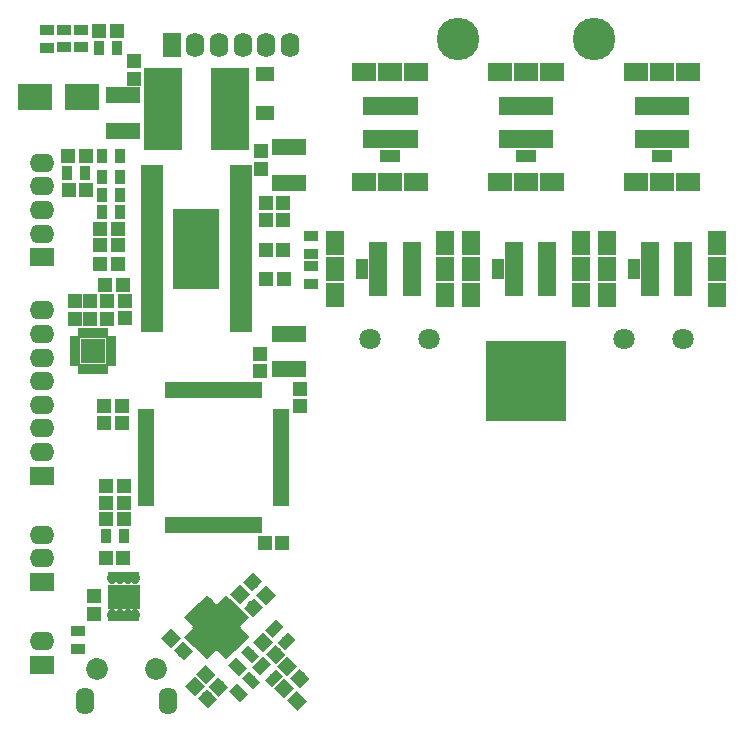
<source format=gbr>
G04 #@! TF.GenerationSoftware,KiCad,Pcbnew,(2017-08-25 revision dd37d0595)-makepkg*
G04 #@! TF.CreationDate,2018-04-16T21:33:22-04:00*
G04 #@! TF.ProjectId,VESC_6.4,564553435F362E342E6B696361645F70,rev?*
G04 #@! TF.SameCoordinates,Original*
G04 #@! TF.FileFunction,Soldermask,Top*
G04 #@! TF.FilePolarity,Negative*
%FSLAX46Y46*%
G04 Gerber Fmt 4.6, Leading zero omitted, Abs format (unit mm)*
G04 Created by KiCad (PCBNEW (2017-08-25 revision dd37d0595)-makepkg) date 04/16/18 21:33:22*
%MOMM*%
%LPD*%
G01*
G04 APERTURE LIST*
%ADD10O,1.600000X2.300000*%
%ADD11C,1.850000*%
%ADD12C,3.600000*%
%ADD13C,1.800000*%
%ADD14R,1.950000X0.700000*%
%ADD15R,4.010000X6.750000*%
%ADD16R,2.900000X2.200000*%
%ADD17R,1.600000X1.300000*%
%ADD18R,6.900000X6.900000*%
%ADD19O,2.100000X1.600000*%
%ADD20R,2.100000X1.600000*%
%ADD21R,1.200000X1.150000*%
%ADD22R,1.150000X1.200000*%
%ADD23R,2.900000X1.400000*%
%ADD24C,1.150000*%
%ADD25C,0.100000*%
%ADD26O,1.600000X2.100000*%
%ADD27R,1.600000X2.100000*%
%ADD28R,3.250000X7.000000*%
%ADD29C,0.900000*%
%ADD30R,1.500000X2.100000*%
%ADD31R,1.500000X1.250000*%
%ADD32R,1.100000X1.700000*%
%ADD33R,2.100000X1.500000*%
%ADD34R,1.250000X1.500000*%
%ADD35R,1.700000X1.100000*%
%ADD36R,1.300000X0.900000*%
%ADD37R,0.900000X1.300000*%
%ADD38R,1.400000X0.650000*%
%ADD39R,0.650000X1.400000*%
%ADD40O,0.800000X1.050000*%
%ADD41R,0.800000X0.700000*%
%ADD42R,1.400000X1.050000*%
%ADD43R,2.800000X2.050000*%
%ADD44C,1.650000*%
%ADD45C,0.700000*%
%ADD46R,1.275000X1.200000*%
%ADD47R,0.600000X0.950000*%
%ADD48R,0.950000X0.600000*%
G04 APERTURE END LIST*
D10*
X129372480Y-123182900D03*
X136372480Y-123182900D03*
D11*
X130372480Y-120482900D03*
X135372480Y-120482900D03*
D12*
X160957400Y-67104900D03*
X172457400Y-67104900D03*
D13*
X174957400Y-92504900D03*
X179957400Y-92504900D03*
X158457400Y-92504900D03*
X153457400Y-92504900D03*
D14*
X142548300Y-78124100D03*
X135048300Y-78124100D03*
X142548300Y-78624100D03*
X135048300Y-78624100D03*
X142548300Y-79124100D03*
X135048300Y-79124100D03*
X142548300Y-79624100D03*
X135048300Y-79624100D03*
X142548300Y-80124100D03*
X135048300Y-80124100D03*
X142548300Y-80624100D03*
X135048300Y-80624100D03*
X142548300Y-81124100D03*
X135048300Y-81124100D03*
X142548300Y-81624100D03*
X135048300Y-81624100D03*
X142548300Y-82124100D03*
X135048300Y-82124100D03*
X142548300Y-82624100D03*
X135048300Y-82624100D03*
X142548300Y-83124100D03*
X135048300Y-83124100D03*
X142548300Y-83624100D03*
X135048300Y-83624100D03*
X142548300Y-84124100D03*
X135048300Y-84124100D03*
X142548300Y-84624100D03*
X135048300Y-84624100D03*
X142548300Y-85124100D03*
X135048300Y-85124100D03*
X142548300Y-85624100D03*
X135048300Y-85624100D03*
X142548300Y-86124100D03*
X135048300Y-86124100D03*
X142548300Y-86624100D03*
X135048300Y-86624100D03*
X142548300Y-87124100D03*
X135048300Y-87124100D03*
X142548300Y-87624100D03*
X135048300Y-87624100D03*
X142548300Y-88124100D03*
X135048300Y-88124100D03*
X142548300Y-88624100D03*
X135048300Y-88624100D03*
X142548300Y-89124100D03*
X135048300Y-89124100D03*
X142548300Y-89624100D03*
X135048300Y-89624100D03*
X142548300Y-90124100D03*
X135048300Y-90124100D03*
X142548300Y-90624100D03*
X135048300Y-90624100D03*
X142548300Y-91124100D03*
X135048300Y-91124100D03*
X142548300Y-91624100D03*
X135048300Y-91624100D03*
D15*
X138798300Y-84874100D03*
D16*
X129114300Y-72072500D03*
X125114300Y-72072500D03*
D17*
X144637760Y-73364360D03*
X144637760Y-70064360D03*
D18*
X166707400Y-96104900D03*
D19*
X125707400Y-118116600D03*
D20*
X125707400Y-120116600D03*
D21*
X132664900Y-107759500D03*
X131164900Y-107759500D03*
X130568000Y-66459100D03*
X132068000Y-66459100D03*
X146063400Y-109766100D03*
X144563400Y-109766100D03*
X132644580Y-105011220D03*
X131144580Y-105011220D03*
D22*
X144145000Y-95263400D03*
X144145000Y-93763400D03*
D21*
X131157280Y-106382820D03*
X132657280Y-106382820D03*
X132461700Y-99606100D03*
X130961700Y-99606100D03*
D22*
X147523200Y-96747900D03*
X147523200Y-98247900D03*
D21*
X132169600Y-83223100D03*
X130669600Y-83223100D03*
X129476380Y-79886912D03*
X127976380Y-79886912D03*
X130669600Y-84582000D03*
X132169600Y-84582000D03*
X129463680Y-77016712D03*
X127963680Y-77016712D03*
X131088700Y-87922100D03*
X132588700Y-87922100D03*
X130644200Y-86169500D03*
X132144200Y-86169500D03*
D22*
X132727700Y-90793000D03*
X132727700Y-89293000D03*
D23*
X146672300Y-92086300D03*
X146672300Y-95086300D03*
D22*
X144284700Y-78131100D03*
X144284700Y-76631100D03*
D21*
X144665000Y-82486500D03*
X146165000Y-82486500D03*
X146165000Y-84975700D03*
X144665000Y-84975700D03*
X144677700Y-87477600D03*
X146177700Y-87477600D03*
X146165000Y-81026000D03*
X144665000Y-81026000D03*
D23*
X146621500Y-76287500D03*
X146621500Y-79287500D03*
D22*
X133477000Y-70498400D03*
X133477000Y-68998400D03*
D23*
X132600700Y-71906000D03*
X132600700Y-74906000D03*
D21*
X130961700Y-98221800D03*
X132461700Y-98221800D03*
X131106480Y-111099600D03*
X132606480Y-111099600D03*
D22*
X130124200Y-115799300D03*
X130124200Y-114299300D03*
D24*
X143627370Y-115262130D03*
D25*
G36*
X143609692Y-116092980D02*
X142796520Y-115279808D01*
X143645048Y-114431280D01*
X144458220Y-115244452D01*
X143609692Y-116092980D01*
X143609692Y-116092980D01*
G37*
D24*
X144688030Y-114201470D03*
D25*
G36*
X144670352Y-115032320D02*
X143857180Y-114219148D01*
X144705708Y-113370620D01*
X145518880Y-114183792D01*
X144670352Y-115032320D01*
X144670352Y-115032320D01*
G37*
D24*
X136634750Y-117859070D03*
D25*
G36*
X137465600Y-117876748D02*
X136652428Y-118689920D01*
X135803900Y-117841392D01*
X136617072Y-117028220D01*
X137465600Y-117876748D01*
X137465600Y-117876748D01*
G37*
D24*
X137695410Y-118919730D03*
D25*
G36*
X138526260Y-118937408D02*
X137713088Y-119750580D01*
X136864560Y-118902052D01*
X137677732Y-118088880D01*
X138526260Y-118937408D01*
X138526260Y-118937408D01*
G37*
D24*
X142484370Y-114131830D03*
D25*
G36*
X142502048Y-113300980D02*
X143315220Y-114114152D01*
X142466692Y-114962680D01*
X141653520Y-114149508D01*
X142502048Y-113300980D01*
X142502048Y-113300980D01*
G37*
D24*
X143545030Y-113071170D03*
D25*
G36*
X143562708Y-112240320D02*
X144375880Y-113053492D01*
X143527352Y-113902020D01*
X142714180Y-113088848D01*
X143562708Y-112240320D01*
X143562708Y-112240320D01*
G37*
D24*
X144452870Y-118176570D03*
D25*
G36*
X143622020Y-118158892D02*
X144435192Y-117345720D01*
X145283720Y-118194248D01*
X144470548Y-119007420D01*
X143622020Y-118158892D01*
X143622020Y-118158892D01*
G37*
D24*
X145513530Y-119237230D03*
D25*
G36*
X144682680Y-119219552D02*
X145495852Y-118406380D01*
X146344380Y-119254908D01*
X145531208Y-120068080D01*
X144682680Y-119219552D01*
X144682680Y-119219552D01*
G37*
D24*
X140674830Y-122005830D03*
D25*
G36*
X141505680Y-122023508D02*
X140692508Y-122836680D01*
X139843980Y-121988152D01*
X140657152Y-121174980D01*
X141505680Y-122023508D01*
X141505680Y-122023508D01*
G37*
D24*
X139614170Y-120945170D03*
D25*
G36*
X140445020Y-120962848D02*
X139631848Y-121776020D01*
X138783320Y-120927492D01*
X139596492Y-120114320D01*
X140445020Y-120962848D01*
X140445020Y-120962848D01*
G37*
D24*
X138661670Y-121910370D03*
D25*
G36*
X139492520Y-121928048D02*
X138679348Y-122741220D01*
X137830820Y-121892692D01*
X138643992Y-121079520D01*
X139492520Y-121928048D01*
X139492520Y-121928048D01*
G37*
D24*
X139722330Y-122971030D03*
D25*
G36*
X140553180Y-122988708D02*
X139740008Y-123801880D01*
X138891480Y-122953352D01*
X139704652Y-122140180D01*
X140553180Y-122988708D01*
X140553180Y-122988708D01*
G37*
D24*
X146227800Y-122097800D03*
D25*
G36*
X147058650Y-122115478D02*
X146245478Y-122928650D01*
X145396950Y-122080122D01*
X146210122Y-121266950D01*
X147058650Y-122115478D01*
X147058650Y-122115478D01*
G37*
D24*
X147288460Y-123158460D03*
D25*
G36*
X148119310Y-123176138D02*
X147306138Y-123989310D01*
X146457610Y-123140782D01*
X147270782Y-122327610D01*
X148119310Y-123176138D01*
X148119310Y-123176138D01*
G37*
D24*
X147545530Y-121269230D03*
D25*
G36*
X148376380Y-121286908D02*
X147563208Y-122100080D01*
X146714680Y-121251552D01*
X147527852Y-120438380D01*
X148376380Y-121286908D01*
X148376380Y-121286908D01*
G37*
D24*
X146484870Y-120208570D03*
D25*
G36*
X147315720Y-120226248D02*
X146502548Y-121039420D01*
X145654020Y-120190892D01*
X146467192Y-119377720D01*
X147315720Y-120226248D01*
X147315720Y-120226248D01*
G37*
D22*
X129827020Y-89303160D03*
X129827020Y-90803160D03*
X131216400Y-90805700D03*
X131216400Y-89305700D03*
X128485900Y-89305700D03*
X128485900Y-90805700D03*
D26*
X146707400Y-67604900D03*
X144707400Y-67604900D03*
X142707400Y-67604900D03*
X140707400Y-67604900D03*
X138707400Y-67604900D03*
D27*
X136707400Y-67604900D03*
D19*
X125707400Y-90104900D03*
X125707400Y-92104900D03*
X125707400Y-94104900D03*
X125707400Y-96104900D03*
X125707400Y-98104900D03*
X125707400Y-100104900D03*
X125707400Y-102104900D03*
D20*
X125707400Y-104104900D03*
D19*
X125707400Y-109104900D03*
X125707400Y-111104900D03*
D20*
X125707400Y-113104900D03*
D19*
X125707400Y-77604900D03*
X125707400Y-79604900D03*
X125707400Y-81604900D03*
X125707400Y-83604900D03*
D20*
X125707400Y-85604900D03*
D28*
X141623300Y-73025000D03*
X135973300Y-73025000D03*
D29*
X143329130Y-119192570D03*
D25*
G36*
X143187709Y-118414753D02*
X144106947Y-119333991D01*
X143470551Y-119970387D01*
X142551313Y-119051149D01*
X143187709Y-118414753D01*
X143187709Y-118414753D01*
G37*
D29*
X142268470Y-120253230D03*
D25*
G36*
X142127049Y-119475413D02*
X143046287Y-120394651D01*
X142409891Y-121031047D01*
X141490653Y-120111809D01*
X142127049Y-119475413D01*
X142127049Y-119475413D01*
G37*
D29*
X144310100Y-120180100D03*
D25*
G36*
X145087917Y-120038679D02*
X144168679Y-120957917D01*
X143532283Y-120321521D01*
X144451521Y-119402283D01*
X145087917Y-120038679D01*
X145087917Y-120038679D01*
G37*
D29*
X145370760Y-121240760D03*
D25*
G36*
X146148577Y-121099339D02*
X145229339Y-122018577D01*
X144592943Y-121382181D01*
X145512181Y-120462943D01*
X146148577Y-121099339D01*
X146148577Y-121099339D01*
G37*
D29*
X142357370Y-122463030D03*
D25*
G36*
X142215949Y-121685213D02*
X143135187Y-122604451D01*
X142498791Y-123240847D01*
X141579553Y-122321609D01*
X142215949Y-121685213D01*
X142215949Y-121685213D01*
G37*
D29*
X143418030Y-121402370D03*
D25*
G36*
X143276609Y-120624553D02*
X144195847Y-121543791D01*
X143559451Y-122180187D01*
X142640213Y-121260949D01*
X143276609Y-120624553D01*
X143276609Y-120624553D01*
G37*
D30*
X159857400Y-84404900D03*
X159857400Y-88804900D03*
X159857400Y-86604900D03*
X150557400Y-88804900D03*
X150557400Y-84404900D03*
X150557400Y-86604900D03*
D31*
X157007400Y-88329900D03*
X154207400Y-88329900D03*
X157007400Y-84879900D03*
X154207400Y-84879900D03*
X157007400Y-86029900D03*
X157007400Y-87179900D03*
X154207400Y-87179900D03*
X154207400Y-86029900D03*
D32*
X152807400Y-86604900D03*
D33*
X153007400Y-69954900D03*
X157407400Y-69954900D03*
X155207400Y-69954900D03*
X157407400Y-79254900D03*
X153007400Y-79254900D03*
X155207400Y-79254900D03*
D34*
X156932400Y-72804900D03*
X156932400Y-75604900D03*
X153482400Y-72804900D03*
X153482400Y-75604900D03*
X154632400Y-72804900D03*
X155782400Y-72804900D03*
X155782400Y-75604900D03*
X154632400Y-75604900D03*
D35*
X155207400Y-77004900D03*
D32*
X164307400Y-86604900D03*
D31*
X165707400Y-86029900D03*
X165707400Y-87179900D03*
X168507400Y-87179900D03*
X168507400Y-86029900D03*
X165707400Y-84879900D03*
X168507400Y-84879900D03*
X165707400Y-88329900D03*
X168507400Y-88329900D03*
D30*
X162057400Y-86604900D03*
X162057400Y-84404900D03*
X162057400Y-88804900D03*
X171357400Y-86604900D03*
X171357400Y-88804900D03*
X171357400Y-84404900D03*
D35*
X166707400Y-77004900D03*
D34*
X166132400Y-75604900D03*
X167282400Y-75604900D03*
X167282400Y-72804900D03*
X166132400Y-72804900D03*
X164982400Y-75604900D03*
X164982400Y-72804900D03*
X168432400Y-75604900D03*
X168432400Y-72804900D03*
D33*
X166707400Y-79254900D03*
X164507400Y-79254900D03*
X168907400Y-79254900D03*
X166707400Y-69954900D03*
X168907400Y-69954900D03*
X164507400Y-69954900D03*
D32*
X175807400Y-86604900D03*
D31*
X177207400Y-86029900D03*
X177207400Y-87179900D03*
X180007400Y-87179900D03*
X180007400Y-86029900D03*
X177207400Y-84879900D03*
X180007400Y-84879900D03*
X177207400Y-88329900D03*
X180007400Y-88329900D03*
D30*
X173557400Y-86604900D03*
X173557400Y-84404900D03*
X173557400Y-88804900D03*
X182857400Y-86604900D03*
X182857400Y-88804900D03*
X182857400Y-84404900D03*
D33*
X176007400Y-69954900D03*
X180407400Y-69954900D03*
X178207400Y-69954900D03*
X180407400Y-79254900D03*
X176007400Y-79254900D03*
X178207400Y-79254900D03*
D34*
X179932400Y-72804900D03*
X179932400Y-75604900D03*
X176482400Y-72804900D03*
X176482400Y-75604900D03*
X177632400Y-72804900D03*
X178782400Y-72804900D03*
X178782400Y-75604900D03*
X177632400Y-75604900D03*
D35*
X178207400Y-77004900D03*
D36*
X129044700Y-66344100D03*
X129044700Y-67844100D03*
X127584200Y-67844100D03*
X127584200Y-66344100D03*
X126111000Y-66356800D03*
X126111000Y-67856800D03*
D37*
X132677600Y-109194600D03*
X131177600Y-109194600D03*
X132029900Y-67906900D03*
X130529900Y-67906900D03*
X132309300Y-78790800D03*
X130809300Y-78790800D03*
X130809300Y-80302100D03*
X132309300Y-80302100D03*
X127824680Y-78451812D03*
X129324680Y-78451812D03*
X132283900Y-77025500D03*
X130783900Y-77025500D03*
X132296600Y-81813400D03*
X130796600Y-81813400D03*
D36*
X148501100Y-87872000D03*
X148501100Y-86372000D03*
X128808480Y-117283800D03*
X128808480Y-118783800D03*
D29*
X146415230Y-118119630D03*
D25*
G36*
X147193047Y-117978209D02*
X146273809Y-118897447D01*
X145637413Y-118261051D01*
X146556651Y-117341813D01*
X147193047Y-117978209D01*
X147193047Y-117978209D01*
G37*
D29*
X145354570Y-117058970D03*
D25*
G36*
X146132387Y-116917549D02*
X145213149Y-117836787D01*
X144576753Y-117200391D01*
X145495991Y-116281153D01*
X146132387Y-116917549D01*
X146132387Y-116917549D01*
G37*
D36*
X148501100Y-83806600D03*
X148501100Y-85306600D03*
D38*
X145958800Y-98802500D03*
X145958800Y-99302500D03*
X145958800Y-99802500D03*
X145958800Y-100302500D03*
X145958800Y-100802500D03*
X145958800Y-101302500D03*
X145958800Y-101802500D03*
X145958800Y-102302500D03*
X145958800Y-102802500D03*
X145958800Y-103302500D03*
X145958800Y-103802500D03*
X145958800Y-104302500D03*
X145958800Y-104802500D03*
X145958800Y-105302500D03*
X145958800Y-105802500D03*
X145958800Y-106302500D03*
D39*
X144008800Y-108252500D03*
X143508800Y-108252500D03*
X143008800Y-108252500D03*
X142508800Y-108252500D03*
X142008800Y-108252500D03*
X141508800Y-108252500D03*
X141008800Y-108252500D03*
X140508800Y-108252500D03*
X140008800Y-108252500D03*
X139508800Y-108252500D03*
X139008800Y-108252500D03*
X138508800Y-108252500D03*
X138008800Y-108252500D03*
X137508800Y-108252500D03*
X137008800Y-108252500D03*
X136508800Y-108252500D03*
D38*
X134558800Y-106302500D03*
X134558800Y-105802500D03*
X134558800Y-105302500D03*
X134558800Y-104802500D03*
X134558800Y-104302500D03*
X134558800Y-103802500D03*
X134558800Y-103302500D03*
X134558800Y-102802500D03*
X134558800Y-102302500D03*
X134558800Y-101802500D03*
X134558800Y-101302500D03*
X134558800Y-100802500D03*
X134558800Y-100302500D03*
X134558800Y-99802500D03*
X134558800Y-99302500D03*
X134558800Y-98802500D03*
D39*
X136508800Y-96852500D03*
X137008800Y-96852500D03*
X137508800Y-96852500D03*
X138008800Y-96852500D03*
X138508800Y-96852500D03*
X139008800Y-96852500D03*
X139508800Y-96852500D03*
X140008800Y-96852500D03*
X140508800Y-96852500D03*
X141008800Y-96852500D03*
X141508800Y-96852500D03*
X142008800Y-96852500D03*
X142508800Y-96852500D03*
X143008800Y-96852500D03*
X143508800Y-96852500D03*
X144008800Y-96852500D03*
D40*
X133636500Y-112793600D03*
X132986500Y-112793600D03*
D41*
X132336500Y-112593600D03*
D40*
X131686500Y-112793600D03*
X131686500Y-115893600D03*
X132336500Y-115893600D03*
D41*
X132986500Y-116093600D03*
X133636500Y-116093600D03*
D42*
X133286500Y-113893600D03*
X133286500Y-114793600D03*
X132036500Y-113893600D03*
X132036500Y-114793600D03*
D43*
X132661500Y-114343600D03*
D41*
X133636500Y-112593600D03*
X132986500Y-112593600D03*
D40*
X132336500Y-112793600D03*
D41*
X131686500Y-112593600D03*
X131686500Y-116093600D03*
X132336500Y-116093600D03*
D40*
X132986500Y-115893600D03*
X133636500Y-115893600D03*
D44*
X140505589Y-116041899D03*
D25*
G36*
X139338863Y-116041899D02*
X140505589Y-114875173D01*
X141672315Y-116041899D01*
X140505589Y-117208625D01*
X139338863Y-116041899D01*
X139338863Y-116041899D01*
G37*
D44*
X139621706Y-116925782D03*
D25*
G36*
X138454980Y-116925782D02*
X139621706Y-115759056D01*
X140788432Y-116925782D01*
X139621706Y-118092508D01*
X138454980Y-116925782D01*
X138454980Y-116925782D01*
G37*
D44*
X141389472Y-116925782D03*
D25*
G36*
X140222746Y-116925782D02*
X141389472Y-115759056D01*
X142556198Y-116925782D01*
X141389472Y-118092508D01*
X140222746Y-116925782D01*
X140222746Y-116925782D01*
G37*
D44*
X140505589Y-117809665D03*
D25*
G36*
X139338863Y-117809665D02*
X140505589Y-116642939D01*
X141672315Y-117809665D01*
X140505589Y-118976391D01*
X139338863Y-117809665D01*
X139338863Y-117809665D01*
G37*
D45*
X141187947Y-114829210D03*
D25*
G36*
X141035919Y-115476213D02*
X140540944Y-114981238D01*
X141339975Y-114182207D01*
X141834950Y-114677182D01*
X141035919Y-115476213D01*
X141035919Y-115476213D01*
G37*
D45*
X141541500Y-115182764D03*
D25*
G36*
X141389472Y-115829767D02*
X140894497Y-115334792D01*
X141693528Y-114535761D01*
X142188503Y-115030736D01*
X141389472Y-115829767D01*
X141389472Y-115829767D01*
G37*
D45*
X141895054Y-115536317D03*
D25*
G36*
X141743026Y-116183320D02*
X141248051Y-115688345D01*
X142047082Y-114889314D01*
X142542057Y-115384289D01*
X141743026Y-116183320D01*
X141743026Y-116183320D01*
G37*
D45*
X142248607Y-115889871D03*
D25*
G36*
X142096579Y-116536874D02*
X141601604Y-116041899D01*
X142400635Y-115242868D01*
X142895610Y-115737843D01*
X142096579Y-116536874D01*
X142096579Y-116536874D01*
G37*
D45*
X142602161Y-116243424D03*
D25*
G36*
X142450133Y-116890427D02*
X141955158Y-116395452D01*
X142754189Y-115596421D01*
X143249164Y-116091396D01*
X142450133Y-116890427D01*
X142450133Y-116890427D01*
G37*
D45*
X142602161Y-117608140D03*
D25*
G36*
X141955158Y-117456112D02*
X142450133Y-116961137D01*
X143249164Y-117760168D01*
X142754189Y-118255143D01*
X141955158Y-117456112D01*
X141955158Y-117456112D01*
G37*
D45*
X142248607Y-117961693D03*
D25*
G36*
X141601604Y-117809665D02*
X142096579Y-117314690D01*
X142895610Y-118113721D01*
X142400635Y-118608696D01*
X141601604Y-117809665D01*
X141601604Y-117809665D01*
G37*
D45*
X141895054Y-118315247D03*
D25*
G36*
X141248051Y-118163219D02*
X141743026Y-117668244D01*
X142542057Y-118467275D01*
X142047082Y-118962250D01*
X141248051Y-118163219D01*
X141248051Y-118163219D01*
G37*
D45*
X141541500Y-118668800D03*
D25*
G36*
X140894497Y-118516772D02*
X141389472Y-118021797D01*
X142188503Y-118820828D01*
X141693528Y-119315803D01*
X140894497Y-118516772D01*
X140894497Y-118516772D01*
G37*
D45*
X141187947Y-119022354D03*
D25*
G36*
X140540944Y-118870326D02*
X141035919Y-118375351D01*
X141834950Y-119174382D01*
X141339975Y-119669357D01*
X140540944Y-118870326D01*
X140540944Y-118870326D01*
G37*
D45*
X139823231Y-119022354D03*
D25*
G36*
X139671203Y-119669357D02*
X139176228Y-119174382D01*
X139975259Y-118375351D01*
X140470234Y-118870326D01*
X139671203Y-119669357D01*
X139671203Y-119669357D01*
G37*
D45*
X139469678Y-118668800D03*
D25*
G36*
X139317650Y-119315803D02*
X138822675Y-118820828D01*
X139621706Y-118021797D01*
X140116681Y-118516772D01*
X139317650Y-119315803D01*
X139317650Y-119315803D01*
G37*
D45*
X139116124Y-118315247D03*
D25*
G36*
X138964096Y-118962250D02*
X138469121Y-118467275D01*
X139268152Y-117668244D01*
X139763127Y-118163219D01*
X138964096Y-118962250D01*
X138964096Y-118962250D01*
G37*
D45*
X138762571Y-117961693D03*
D25*
G36*
X138610543Y-118608696D02*
X138115568Y-118113721D01*
X138914599Y-117314690D01*
X139409574Y-117809665D01*
X138610543Y-118608696D01*
X138610543Y-118608696D01*
G37*
D45*
X138409017Y-117608140D03*
D25*
G36*
X138256989Y-118255143D02*
X137762014Y-117760168D01*
X138561045Y-116961137D01*
X139056020Y-117456112D01*
X138256989Y-118255143D01*
X138256989Y-118255143D01*
G37*
D45*
X138409017Y-116243424D03*
D25*
G36*
X137762014Y-116091396D02*
X138256989Y-115596421D01*
X139056020Y-116395452D01*
X138561045Y-116890427D01*
X137762014Y-116091396D01*
X137762014Y-116091396D01*
G37*
D45*
X138762571Y-115889871D03*
D25*
G36*
X138115568Y-115737843D02*
X138610543Y-115242868D01*
X139409574Y-116041899D01*
X138914599Y-116536874D01*
X138115568Y-115737843D01*
X138115568Y-115737843D01*
G37*
D45*
X139116124Y-115536317D03*
D25*
G36*
X138469121Y-115384289D02*
X138964096Y-114889314D01*
X139763127Y-115688345D01*
X139268152Y-116183320D01*
X138469121Y-115384289D01*
X138469121Y-115384289D01*
G37*
D45*
X139469678Y-115182764D03*
D25*
G36*
X138822675Y-115030736D02*
X139317650Y-114535761D01*
X140116681Y-115334792D01*
X139621706Y-115829767D01*
X138822675Y-115030736D01*
X138822675Y-115030736D01*
G37*
D45*
X139823231Y-114829210D03*
D25*
G36*
X139176228Y-114677182D02*
X139671203Y-114182207D01*
X140470234Y-114981238D01*
X139975259Y-115476213D01*
X139176228Y-114677182D01*
X139176228Y-114677182D01*
G37*
D46*
X130483000Y-93960900D03*
X130483000Y-93160900D03*
X129613000Y-93960900D03*
X129613000Y-93160900D03*
D47*
X131048000Y-95060900D03*
X130648000Y-95060900D03*
X130248000Y-95060900D03*
X129848000Y-95060900D03*
X129448000Y-95060900D03*
X129048000Y-95060900D03*
D48*
X128548000Y-94560900D03*
X128548000Y-94160900D03*
X128548000Y-93760900D03*
X128548000Y-93360900D03*
X128548000Y-92960900D03*
X128548000Y-92560900D03*
D47*
X129048000Y-92060900D03*
X129448000Y-92060900D03*
X129848000Y-92060900D03*
X130248000Y-92060900D03*
X130648000Y-92060900D03*
X131048000Y-92060900D03*
D48*
X131548000Y-92560900D03*
X131548000Y-92960900D03*
X131548000Y-93360900D03*
X131548000Y-93760900D03*
X131548000Y-94160900D03*
X131548000Y-94560900D03*
M02*

</source>
